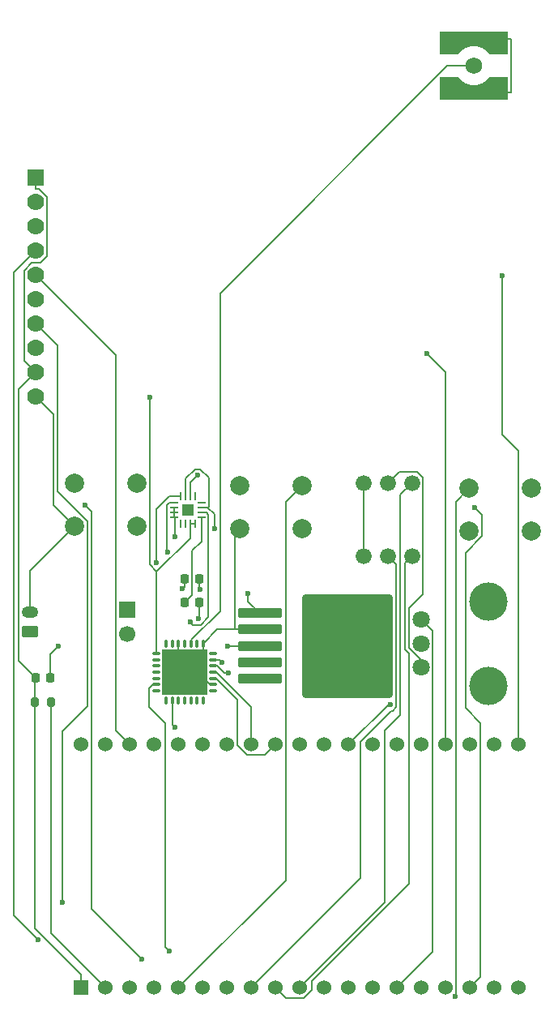
<source format=gbr>
%TF.GenerationSoftware,KiCad,Pcbnew,9.0.5*%
%TF.CreationDate,2025-11-15T09:05:35-08:00*%
%TF.ProjectId,Radio2,52616469-6f32-42e6-9b69-6361645f7063,rev?*%
%TF.SameCoordinates,Original*%
%TF.FileFunction,Copper,L1,Top*%
%TF.FilePolarity,Positive*%
%FSLAX46Y46*%
G04 Gerber Fmt 4.6, Leading zero omitted, Abs format (unit mm)*
G04 Created by KiCad (PCBNEW 9.0.5) date 2025-11-15 09:05:35*
%MOMM*%
%LPD*%
G01*
G04 APERTURE LIST*
G04 Aperture macros list*
%AMRoundRect*
0 Rectangle with rounded corners*
0 $1 Rounding radius*
0 $2 $3 $4 $5 $6 $7 $8 $9 X,Y pos of 4 corners*
0 Add a 4 corners polygon primitive as box body*
4,1,4,$2,$3,$4,$5,$6,$7,$8,$9,$2,$3,0*
0 Add four circle primitives for the rounded corners*
1,1,$1+$1,$2,$3*
1,1,$1+$1,$4,$5*
1,1,$1+$1,$6,$7*
1,1,$1+$1,$8,$9*
0 Add four rect primitives between the rounded corners*
20,1,$1+$1,$2,$3,$4,$5,0*
20,1,$1+$1,$4,$5,$6,$7,0*
20,1,$1+$1,$6,$7,$8,$9,0*
20,1,$1+$1,$8,$9,$2,$3,0*%
%AMFreePoly0*
4,1,25,-1.500000,1.420000,-1.360000,1.280000,-1.205000,1.155000,-1.035000,1.045000,-0.860000,0.950000,-0.675000,0.875000,-0.480000,0.820000,-0.280000,0.780000,-0.085000,0.765000,0.085000,0.765000,0.280000,0.780000,0.480000,0.820000,0.675000,0.875000,0.860000,0.950000,1.035000,1.045000,1.205000,1.155000,1.360000,1.280000,1.500000,1.420000,1.645000,1.595000,3.555000,1.595000,
3.555000,-0.755000,-3.555000,-0.755000,-3.555000,1.595000,-1.645000,1.595000,-1.500000,1.420000,-1.500000,1.420000,$1*%
G04 Aperture macros list end*
%TA.AperFunction,SMDPad,CuDef*%
%ADD10RoundRect,0.062500X-0.350000X-0.062500X0.350000X-0.062500X0.350000X0.062500X-0.350000X0.062500X0*%
%TD*%
%TA.AperFunction,SMDPad,CuDef*%
%ADD11RoundRect,0.062500X-0.062500X-0.350000X0.062500X-0.350000X0.062500X0.350000X-0.062500X0.350000X0*%
%TD*%
%TA.AperFunction,HeatsinkPad*%
%ADD12R,1.230000X1.230000*%
%TD*%
%TA.AperFunction,SMDPad,CuDef*%
%ADD13RoundRect,0.225000X-0.225000X-0.250000X0.225000X-0.250000X0.225000X0.250000X-0.225000X0.250000X0*%
%TD*%
%TA.AperFunction,ComponentPad*%
%ADD14R,1.530000X1.530000*%
%TD*%
%TA.AperFunction,ComponentPad*%
%ADD15C,1.530000*%
%TD*%
%TA.AperFunction,ComponentPad*%
%ADD16R,1.778000X1.778000*%
%TD*%
%TA.AperFunction,ComponentPad*%
%ADD17C,1.778000*%
%TD*%
%TA.AperFunction,ComponentPad*%
%ADD18RoundRect,0.250000X0.625000X-0.350000X0.625000X0.350000X-0.625000X0.350000X-0.625000X-0.350000X0*%
%TD*%
%TA.AperFunction,ComponentPad*%
%ADD19O,1.750000X1.200000*%
%TD*%
%TA.AperFunction,ComponentPad*%
%ADD20C,2.000000*%
%TD*%
%TA.AperFunction,SMDPad,CuDef*%
%ADD21RoundRect,0.075000X-0.312500X-0.075000X0.312500X-0.075000X0.312500X0.075000X-0.312500X0.075000X0*%
%TD*%
%TA.AperFunction,SMDPad,CuDef*%
%ADD22RoundRect,0.075000X-0.075000X-0.312500X0.075000X-0.312500X0.075000X0.312500X-0.075000X0.312500X0*%
%TD*%
%TA.AperFunction,HeatsinkPad*%
%ADD23R,4.800000X4.800000*%
%TD*%
%TA.AperFunction,WasherPad*%
%ADD24C,4.000000*%
%TD*%
%TA.AperFunction,ComponentPad*%
%ADD25C,1.800000*%
%TD*%
%TA.AperFunction,SMDPad,CuDef*%
%ADD26RoundRect,0.200000X-0.200000X-0.275000X0.200000X-0.275000X0.200000X0.275000X-0.200000X0.275000X0*%
%TD*%
%TA.AperFunction,SMDPad,CuDef*%
%ADD27C,1.730000*%
%TD*%
%TA.AperFunction,SMDPad,CuDef*%
%ADD28FreePoly0,180.000000*%
%TD*%
%TA.AperFunction,SMDPad,CuDef*%
%ADD29FreePoly0,0.000000*%
%TD*%
%TA.AperFunction,ComponentPad*%
%ADD30R,1.700000X1.700000*%
%TD*%
%TA.AperFunction,ComponentPad*%
%ADD31C,1.700000*%
%TD*%
%TA.AperFunction,SMDPad,CuDef*%
%ADD32RoundRect,0.250000X-2.050000X-0.300000X2.050000X-0.300000X2.050000X0.300000X-2.050000X0.300000X0*%
%TD*%
%TA.AperFunction,SMDPad,CuDef*%
%ADD33RoundRect,0.250002X-4.449998X-5.149998X4.449998X-5.149998X4.449998X5.149998X-4.449998X5.149998X0*%
%TD*%
%TA.AperFunction,ComponentPad*%
%ADD34C,1.676000*%
%TD*%
%TA.AperFunction,ViaPad*%
%ADD35C,0.600000*%
%TD*%
%TA.AperFunction,Conductor*%
%ADD36C,0.200000*%
%TD*%
G04 APERTURE END LIST*
D10*
%TO.P,U3,1,DIN*%
%TO.N,Net-(U3-DIN)*%
X128872500Y-91560000D03*
%TO.P,U3,2,GAIN_SLOT*%
%TO.N,GND*%
X128872500Y-92060000D03*
%TO.P,U3,3,GND*%
X128872500Y-92560000D03*
%TO.P,U3,4,~{SD_MODE}*%
X128872500Y-93060000D03*
D11*
%TO.P,U3,5,NC*%
%TO.N,unconnected-(U3-NC-Pad5)*%
X129560000Y-93747500D03*
%TO.P,U3,6,NC*%
%TO.N,unconnected-(U3-NC-Pad6)*%
X130060000Y-93747500D03*
%TO.P,U3,7,VDD*%
%TO.N,+3V3*%
X130560000Y-93747500D03*
%TO.P,U3,8,VDD*%
X131060000Y-93747500D03*
D10*
%TO.P,U3,9,OUTP*%
%TO.N,Net-(U3-OUTP)*%
X131747500Y-93060000D03*
%TO.P,U3,10,OUTN*%
%TO.N,Net-(U3-OUTN)*%
X131747500Y-92560000D03*
%TO.P,U3,11,GND*%
%TO.N,GND*%
X131747500Y-92060000D03*
%TO.P,U3,12,NC*%
%TO.N,unconnected-(U3-NC-Pad12)*%
X131747500Y-91560000D03*
D11*
%TO.P,U3,13,NC*%
%TO.N,unconnected-(U3-NC-Pad13)*%
X131060000Y-90872500D03*
%TO.P,U3,14,LRCLK*%
%TO.N,Net-(U3-LRCLK)*%
X130560000Y-90872500D03*
%TO.P,U3,15,GND*%
%TO.N,GND*%
X130060000Y-90872500D03*
%TO.P,U3,16,BCLK*%
%TO.N,Net-(U3-BCLK)*%
X129560000Y-90872500D03*
D12*
%TO.P,U3,17,PAD*%
%TO.N,unconnected-(U3-PAD-Pad17)*%
X130310000Y-92310000D03*
%TD*%
D13*
%TO.P,C3,1*%
%TO.N,+3V3*%
X114400000Y-109850000D03*
%TO.P,C3,2*%
%TO.N,Net-(U4-VO)*%
X115950000Y-109850000D03*
%TD*%
D14*
%TO.P,U6,1,3V3*%
%TO.N,+3V3*%
X119150000Y-142200000D03*
D15*
%TO.P,U6,2,EN*%
%TO.N,Net-(U6-EN)*%
X121690000Y-142200000D03*
%TO.P,U6,3,SENSOR_VP*%
%TO.N,unconnected-(U6-SENSOR_VP-Pad3)*%
X124230000Y-142200000D03*
%TO.P,U6,4,SENSOR_VN*%
%TO.N,unconnected-(U6-SENSOR_VN-Pad4)*%
X126770000Y-142200000D03*
%TO.P,U6,5,IO34*%
%TO.N,Net-(U6-IO34)*%
X129310000Y-142200000D03*
%TO.P,U6,6,IO35*%
%TO.N,Net-(U6-IO35)*%
X131850000Y-142200000D03*
%TO.P,U6,7,IO32*%
%TO.N,Net-(U6-IO32)*%
X134390000Y-142200000D03*
%TO.P,U6,8,IO33*%
%TO.N,Net-(MK2-WS)*%
X136930000Y-142200000D03*
%TO.P,U6,9,IO25*%
%TO.N,Net-(MK2-SCK)*%
X139470000Y-142200000D03*
%TO.P,U6,10,IO26*%
%TO.N,Net-(MK2-SD)*%
X142010000Y-142200000D03*
%TO.P,U6,11,IO27*%
%TO.N,unconnected-(U6-IO27-Pad11)*%
X144550000Y-142200000D03*
%TO.P,U6,12,IO14*%
%TO.N,Net-(U2-~{RESET})*%
X147090000Y-142200000D03*
%TO.P,U6,13,IO12*%
%TO.N,Net-(U5-MOSI)*%
X149630000Y-142200000D03*
%TO.P,U6,14,GND1*%
%TO.N,GND*%
X152170000Y-142200000D03*
%TO.P,U6,15,IO13*%
%TO.N,Net-(U5-D{slash}C)*%
X154710000Y-142200000D03*
%TO.P,U6,16,SD2*%
%TO.N,unconnected-(U6-SD2-Pad16)*%
X157250000Y-142200000D03*
%TO.P,U6,17,SD3*%
%TO.N,Net-(U3-LRCLK)*%
X159790000Y-142200000D03*
%TO.P,U6,18,CMD*%
%TO.N,unconnected-(U6-CMD-Pad18)*%
X162330000Y-142200000D03*
%TO.P,U6,19,EXT_5V*%
%TO.N,unconnected-(U6-EXT_5V-Pad19)*%
X164870000Y-142200000D03*
%TO.P,U6,20,CLK*%
%TO.N,Net-(U5-SCK)*%
X164870000Y-116800000D03*
%TO.P,U6,21,SD0*%
%TO.N,unconnected-(U6-SD0-Pad21)*%
X162330000Y-116800000D03*
%TO.P,U6,22,SD1*%
%TO.N,Net-(U3-DIN)*%
X159790000Y-116800000D03*
%TO.P,U6,23,IO15*%
%TO.N,Net-(U5-RESET)*%
X157250000Y-116800000D03*
%TO.P,U6,24,IO2*%
%TO.N,Net-(U3-BCLK)*%
X154710000Y-116800000D03*
%TO.P,U6,25,IO0*%
%TO.N,unconnected-(U6-IO0-Pad25)*%
X152170000Y-116800000D03*
%TO.P,U6,26,IO4*%
%TO.N,Net-(U2-DIO0)*%
X149630000Y-116800000D03*
%TO.P,U6,27,IO16*%
%TO.N,Net-(U6-IO16)*%
X147090000Y-116800000D03*
%TO.P,U6,28,IO17*%
%TO.N,unconnected-(U6-IO17-Pad28)*%
X144550000Y-116800000D03*
%TO.P,U6,29,IO5*%
%TO.N,Net-(U2-NSS)*%
X142010000Y-116800000D03*
%TO.P,U6,30,IO18*%
%TO.N,Net-(U2-SCK)*%
X139470000Y-116800000D03*
%TO.P,U6,31,IO19*%
%TO.N,Net-(U2-MISO)*%
X136930000Y-116800000D03*
%TO.P,U6,32,GND2*%
%TO.N,unconnected-(U6-GND2-Pad32)*%
X134390000Y-116800000D03*
%TO.P,U6,33,IO21*%
%TO.N,unconnected-(U6-IO21-Pad33)*%
X131850000Y-116800000D03*
%TO.P,U6,34,RXD0*%
%TO.N,unconnected-(U6-RXD0-Pad34)*%
X129310000Y-116800000D03*
%TO.P,U6,35,TXD0*%
%TO.N,unconnected-(U6-TXD0-Pad35)*%
X126770000Y-116800000D03*
%TO.P,U6,36,IO22*%
%TO.N,Net-(U5-TFT_CS)*%
X124230000Y-116800000D03*
%TO.P,U6,37,IO23*%
%TO.N,Net-(U2-MOSI)*%
X121690000Y-116800000D03*
%TO.P,U6,38,GND3*%
%TO.N,unconnected-(U6-GND3-Pad38)*%
X119150000Y-116800000D03*
%TD*%
D16*
%TO.P,U5,1,LITE*%
%TO.N,+3V3*%
X114420000Y-57605000D03*
D17*
%TO.P,U5,2,MISO*%
%TO.N,unconnected-(U5-MISO-Pad2)*%
X114420000Y-60145000D03*
%TO.P,U5,3,SCK*%
%TO.N,Net-(U5-SCK)*%
X114420000Y-62685000D03*
%TO.P,U5,4,MOSI*%
%TO.N,Net-(U5-MOSI)*%
X114420000Y-65225000D03*
%TO.P,U5,5,TFT_CS*%
%TO.N,Net-(U5-TFT_CS)*%
X114420000Y-67765000D03*
%TO.P,U5,6,CARD_CS*%
%TO.N,unconnected-(U5-CARD_CS-Pad6)*%
X114420000Y-70305000D03*
%TO.P,U5,7,D/C*%
%TO.N,Net-(U5-D{slash}C)*%
X114420000Y-72845000D03*
%TO.P,U5,8,RESET*%
%TO.N,Net-(U5-RESET)*%
X114420000Y-75385000D03*
%TO.P,U5,9,VCC*%
%TO.N,+3V3*%
X114420000Y-77925000D03*
%TO.P,U5,10,GND*%
%TO.N,GND*%
X114420000Y-80465000D03*
%TD*%
D18*
%TO.P,BT1,1,+*%
%TO.N,Net-(BT1-+)*%
X113800000Y-105000000D03*
D19*
%TO.P,BT1,2,-*%
%TO.N,GND*%
X113800000Y-103000000D03*
%TD*%
D20*
%TO.P,SW3,1,1*%
%TO.N,Net-(U6-IO35)*%
X159750000Y-90000000D03*
X166250000Y-90000000D03*
%TO.P,SW3,2,2*%
%TO.N,GND*%
X159750000Y-94500000D03*
X166250000Y-94500000D03*
%TD*%
D21*
%TO.P,U2,1,VBAT1*%
%TO.N,+3V3*%
X127012500Y-107300000D03*
%TO.P,U2,2,VR_ANA*%
%TO.N,unconnected-(U2-VR_ANA-Pad2)*%
X127012500Y-107950000D03*
%TO.P,U2,3,VR_DIG*%
%TO.N,unconnected-(U2-VR_DIG-Pad3)*%
X127012500Y-108600000D03*
%TO.P,U2,4,XTA*%
%TO.N,unconnected-(U2-XTA-Pad4)*%
X127012500Y-109250000D03*
%TO.P,U2,5,XTB*%
%TO.N,unconnected-(U2-XTB-Pad5)*%
X127012500Y-109900000D03*
%TO.P,U2,6,~{RESET}*%
%TO.N,Net-(U2-~{RESET})*%
X127012500Y-110550000D03*
%TO.P,U2,7,NC*%
%TO.N,unconnected-(U2-NC-Pad7)*%
X127012500Y-111200000D03*
D22*
%TO.P,U2,8,NC*%
%TO.N,unconnected-(U2-NC-Pad8)*%
X128050000Y-112237500D03*
%TO.P,U2,9,DIO0*%
%TO.N,Net-(U2-DIO0)*%
X128700000Y-112237500D03*
%TO.P,U2,10,DIO1*%
%TO.N,unconnected-(U2-DIO1-Pad10)*%
X129350000Y-112237500D03*
%TO.P,U2,11,DIO2*%
%TO.N,unconnected-(U2-DIO2-Pad11)*%
X130000000Y-112237500D03*
%TO.P,U2,12,DIO3*%
%TO.N,unconnected-(U2-DIO3-Pad12)*%
X130650000Y-112237500D03*
%TO.P,U2,13,DIO4*%
%TO.N,unconnected-(U2-DIO4-Pad13)*%
X131300000Y-112237500D03*
%TO.P,U2,14,DIO5*%
%TO.N,unconnected-(U2-DIO5-Pad14)*%
X131950000Y-112237500D03*
D21*
%TO.P,U2,15,VBAT2*%
%TO.N,unconnected-(U2-VBAT2-Pad15)*%
X132987500Y-111200000D03*
%TO.P,U2,16,GND*%
%TO.N,GND*%
X132987500Y-110550000D03*
%TO.P,U2,17,SCK*%
%TO.N,Net-(U2-SCK)*%
X132987500Y-109900000D03*
%TO.P,U2,18,MISO*%
%TO.N,Net-(U2-MISO)*%
X132987500Y-109250000D03*
%TO.P,U2,19,MOSI*%
%TO.N,Net-(U2-MOSI)*%
X132987500Y-108600000D03*
%TO.P,U2,20,NSS*%
%TO.N,Net-(U2-NSS)*%
X132987500Y-107950000D03*
%TO.P,U2,21,RF_MOD*%
%TO.N,unconnected-(U2-RF_MOD-Pad21)*%
X132987500Y-107300000D03*
D22*
%TO.P,U2,22,GND*%
%TO.N,GND*%
X131950000Y-106262500D03*
%TO.P,U2,23,RXTX*%
%TO.N,unconnected-(U2-RXTX-Pad23)*%
X131300000Y-106262500D03*
%TO.P,U2,24,RFO*%
%TO.N,Net-(J1-In)*%
X130650000Y-106262500D03*
%TO.P,U2,25,RFI*%
%TO.N,unconnected-(U2-RFI-Pad25)*%
X130000000Y-106262500D03*
%TO.P,U2,26,GND*%
%TO.N,GND*%
X129350000Y-106262500D03*
%TO.P,U2,27,PA_BOOST*%
%TO.N,unconnected-(U2-PA_BOOST-Pad27)*%
X128700000Y-106262500D03*
%TO.P,U2,28,VR_PA*%
%TO.N,unconnected-(U2-VR_PA-Pad28)*%
X128050000Y-106262500D03*
D23*
%TO.P,U2,29,GND*%
%TO.N,GND*%
X130000000Y-109250000D03*
%TD*%
D24*
%TO.P,RV1,*%
%TO.N,*%
X161700000Y-101850000D03*
X161700000Y-110650000D03*
D25*
%TO.P,RV1,1,1*%
%TO.N,+3V3*%
X154700000Y-108750000D03*
%TO.P,RV1,2,2*%
%TO.N,Net-(U6-IO16)*%
X154700000Y-106250000D03*
%TO.P,RV1,3,3*%
%TO.N,GND*%
X154700000Y-103750000D03*
%TD*%
D13*
%TO.P,C1,1*%
%TO.N,Net-(BT1-+)*%
X129975000Y-99490000D03*
%TO.P,C1,2*%
%TO.N,Net-(U4-VI)*%
X131525000Y-99490000D03*
%TD*%
%TO.P,C2,1*%
%TO.N,Net-(U3-OUTP)*%
X129975000Y-102000000D03*
%TO.P,C2,2*%
%TO.N,Net-(C2-Pad2)*%
X131525000Y-102000000D03*
%TD*%
D26*
%TO.P,R1,1*%
%TO.N,+3V3*%
X114350000Y-112360000D03*
%TO.P,R1,2*%
%TO.N,Net-(U6-EN)*%
X116000000Y-112360000D03*
%TD*%
D27*
%TO.P,J1,1,In*%
%TO.N,Net-(J1-In)*%
X160250000Y-45950000D03*
D28*
%TO.P,J1,2,Ext*%
%TO.N,Net-(AE1-A)*%
X160250000Y-43150000D03*
D29*
X160250000Y-48750000D03*
%TD*%
D30*
%TO.P,LS1,1,1*%
%TO.N,Net-(C2-Pad2)*%
X124000000Y-102710000D03*
D31*
%TO.P,LS1,2,2*%
%TO.N,Net-(U3-OUTN)*%
X124000000Y-105250000D03*
%TD*%
D32*
%TO.P,U4,1,VI*%
%TO.N,Net-(U4-VI)*%
X137850000Y-103100000D03*
%TO.P,U4,2,GND*%
%TO.N,GND*%
X137850000Y-104800000D03*
%TO.P,U4,3,VO*%
%TO.N,Net-(U4-VO)*%
X137850000Y-106500000D03*
%TO.P,U4,4*%
%TO.N,N/C*%
X137850000Y-108200000D03*
%TO.P,U4,5*%
X137850000Y-109900000D03*
D33*
%TO.P,U4,6*%
X147000000Y-106500000D03*
%TD*%
D20*
%TO.P,SW1,1,1*%
%TO.N,Net-(U6-IO32)*%
X118500000Y-89500000D03*
X125000000Y-89500000D03*
%TO.P,SW1,2,2*%
%TO.N,GND*%
X118500000Y-94000000D03*
X125000000Y-94000000D03*
%TD*%
D34*
%TO.P,MK2,1,L/R*%
%TO.N,GND*%
X148670000Y-97120000D03*
%TO.P,MK2,2,WS*%
%TO.N,Net-(MK2-WS)*%
X151210000Y-97120000D03*
%TO.P,MK2,3,SCK*%
%TO.N,Net-(MK2-SCK)*%
X153750000Y-97120000D03*
%TO.P,MK2,4,GND*%
%TO.N,GND*%
X148670000Y-89500000D03*
%TO.P,MK2,5,3V3*%
%TO.N,+3V3*%
X151210000Y-89500000D03*
%TO.P,MK2,6,SD*%
%TO.N,Net-(MK2-SD)*%
X153750000Y-89500000D03*
%TD*%
D20*
%TO.P,SW2,1,1*%
%TO.N,Net-(U6-IO34)*%
X135750000Y-89750000D03*
X142250000Y-89750000D03*
%TO.P,SW2,2,2*%
%TO.N,GND*%
X135750000Y-94250000D03*
X142250000Y-94250000D03*
%TD*%
D35*
%TO.N,Net-(U5-RESET)*%
X155309000Y-75957800D03*
%TO.N,Net-(U5-D{slash}C)*%
X117175000Y-133256000D03*
%TO.N,Net-(U5-MOSI)*%
X114662000Y-137181000D03*
%TO.N,Net-(U5-SCK)*%
X163200000Y-67878200D03*
%TO.N,Net-(U3-LRCLK)*%
X160305000Y-92074000D03*
X131325000Y-88654700D03*
%TO.N,Net-(U3-BCLK)*%
X127029000Y-97817200D03*
%TO.N,Net-(U3-DIN)*%
X128222000Y-96678400D03*
%TO.N,Net-(U2-MOSI)*%
X134599000Y-109345000D03*
%TO.N,Net-(U2-DIO0)*%
X128959500Y-114987300D03*
%TO.N,Net-(U2-~{RESET})*%
X128400000Y-138406000D03*
%TO.N,Net-(U2-NSS)*%
X133885000Y-108226000D03*
%TO.N,Net-(U6-IO35)*%
X158264000Y-143143000D03*
%TO.N,Net-(U6-IO32)*%
X119546000Y-91801600D03*
X125500000Y-139199000D03*
%TO.N,Net-(U6-IO16)*%
X151497000Y-112594000D03*
%TO.N,Net-(U3-OUTN)*%
X130549000Y-104006000D03*
%TO.N,+3V3*%
X126321000Y-80585600D03*
%TO.N,Net-(U4-VO)*%
X134462000Y-106510000D03*
X116800000Y-106510000D03*
%TO.N,Net-(C2-Pad2)*%
X131395000Y-103665000D03*
%TO.N,Net-(U4-VI)*%
X136631000Y-101072000D03*
X131617000Y-100575000D03*
%TO.N,Net-(BT1-+)*%
X129753000Y-100541000D03*
%TO.N,GND*%
X129002000Y-95096800D03*
X133088000Y-94250000D03*
%TD*%
D36*
%TO.N,Net-(J1-In)*%
X133690000Y-69709500D02*
X157449000Y-45950000D01*
X130650000Y-105901000D02*
X133690000Y-102861000D01*
X157449000Y-45950000D02*
X160250000Y-45950000D01*
X133690000Y-102861000D02*
X133690000Y-69709500D01*
X130650000Y-106262500D02*
X130650000Y-106128200D01*
X130650000Y-106262000D02*
X130650000Y-106128200D01*
X130650000Y-106128200D02*
X130650000Y-105901000D01*
%TO.N,Net-(U5-RESET)*%
X155309000Y-75957800D02*
X157250000Y-77898700D01*
X157250000Y-77898700D02*
X157250000Y-116800000D01*
%TO.N,Net-(U5-D{slash}C)*%
X117175000Y-115462000D02*
X117175000Y-133256000D01*
X119822000Y-93481000D02*
X119822000Y-112815000D01*
X116685000Y-75110100D02*
X116685000Y-90344100D01*
X114420000Y-72845000D02*
X116685000Y-75110100D01*
X116685000Y-90344100D02*
X119822000Y-93481000D01*
X119822000Y-112815000D02*
X117175000Y-115462000D01*
%TO.N,Net-(U5-TFT_CS)*%
X122755000Y-115325000D02*
X124230000Y-116800000D01*
X122755000Y-76100200D02*
X122755000Y-115325000D01*
X114420000Y-67765000D02*
X122755000Y-76100200D01*
%TO.N,Net-(U5-MOSI)*%
X112166000Y-67478900D02*
X114420000Y-65225000D01*
X112166000Y-134685000D02*
X112166000Y-67478900D01*
X114662000Y-137181000D02*
X112166000Y-134685000D01*
%TO.N,Net-(U5-SCK)*%
X163200000Y-84445600D02*
X163200000Y-67878200D01*
X164870000Y-86115600D02*
X163200000Y-84445600D01*
X164870000Y-116800000D02*
X164870000Y-86115600D01*
%TO.N,Net-(U3-LRCLK)*%
X160307000Y-92074000D02*
X160305000Y-92074000D01*
X130560000Y-89420100D02*
X131325000Y-88654700D01*
X160305000Y-92074000D02*
X160307000Y-92074000D01*
X161052000Y-92820500D02*
X160305000Y-92074000D01*
X161052000Y-95039300D02*
X161052000Y-92820500D01*
X159331000Y-96759900D02*
X161052000Y-95039300D01*
X159331000Y-112990000D02*
X159331000Y-96759900D01*
X160901000Y-114560000D02*
X159331000Y-112990000D01*
X160901000Y-141089000D02*
X160901000Y-114560000D01*
X159790000Y-142200000D02*
X160901000Y-141089000D01*
X130560000Y-90872500D02*
X130560000Y-89420100D01*
%TO.N,Net-(U3-BCLK)*%
X127029000Y-92263400D02*
X127029000Y-97817200D01*
X128420000Y-90872500D02*
X127029000Y-92263400D01*
X129560000Y-90872500D02*
X128420000Y-90872500D01*
%TO.N,Net-(U3-DIN)*%
X128130000Y-91797300D02*
X128367000Y-91560000D01*
X128130000Y-96585400D02*
X128130000Y-91797300D01*
X128222000Y-96678400D02*
X128130000Y-96585400D01*
X128367000Y-91560000D02*
X128872000Y-91560000D01*
X128872500Y-91560000D02*
X128872000Y-91560000D01*
%TO.N,Net-(U2-MOSI)*%
X134153000Y-109345000D02*
X133408000Y-108600000D01*
X134599000Y-109345000D02*
X134153000Y-109345000D01*
X133408000Y-108600000D02*
X132988000Y-108600000D01*
X132987500Y-108600000D02*
X132988000Y-108600000D01*
%TO.N,Net-(U2-DIO0)*%
X128700000Y-114727800D02*
X128700000Y-112237500D01*
X128959500Y-114987300D02*
X128700000Y-114727800D01*
X128959500Y-114987300D02*
X128700000Y-114727800D01*
X128700000Y-114727800D02*
X128959500Y-114987300D01*
%TO.N,Net-(U2-~{RESET})*%
X126276000Y-110942000D02*
X126276000Y-112906000D01*
X127969000Y-137975000D02*
X128400000Y-138406000D01*
X126276000Y-112906000D02*
X127969000Y-114598000D01*
X126668000Y-110550000D02*
X126276000Y-110942000D01*
X127012000Y-110550000D02*
X126668000Y-110550000D01*
X127969000Y-114598000D02*
X127969000Y-137975000D01*
X127012500Y-110550000D02*
X127012000Y-110550000D01*
%TO.N,Net-(U2-SCK)*%
X135457000Y-112099000D02*
X135457000Y-116844000D01*
X133258000Y-109900000D02*
X135457000Y-112099000D01*
X136479000Y-117867000D02*
X138403000Y-117867000D01*
X132988000Y-109900000D02*
X133258000Y-109900000D01*
X138403000Y-117867000D02*
X139470000Y-116800000D01*
X135457000Y-116844000D02*
X136479000Y-117867000D01*
X132987500Y-109900000D02*
X132988000Y-109900000D01*
%TO.N,Net-(U2-NSS)*%
X132987500Y-107950000D02*
X133155700Y-107950000D01*
X132988000Y-107950000D02*
X133155700Y-107950000D01*
X133608000Y-107950000D02*
X133885000Y-108226000D01*
X133155700Y-107950000D02*
X133608000Y-107950000D01*
%TO.N,Net-(U2-MISO)*%
X132987500Y-109250000D02*
X133121700Y-109250000D01*
X133260000Y-109250000D02*
X133121700Y-109250000D01*
X136930000Y-112920000D02*
X133260000Y-109250000D01*
X136930000Y-116800000D02*
X136930000Y-112920000D01*
X133121700Y-109250000D02*
X132988000Y-109250000D01*
%TO.N,Net-(U6-IO35)*%
X158264000Y-143143000D02*
X158317000Y-143091000D01*
X158317000Y-91433300D02*
X158317000Y-143091000D01*
X159750000Y-90000000D02*
X158317000Y-91433300D01*
X158317000Y-143091000D02*
X158264000Y-143143000D01*
X158317000Y-143091000D02*
X158264000Y-143143000D01*
%TO.N,Net-(U6-IO34)*%
X140538000Y-130972000D02*
X129310000Y-142200000D01*
X140538000Y-91461500D02*
X140538000Y-130972000D01*
X142250000Y-89750000D02*
X140538000Y-91461500D01*
%TO.N,Net-(U6-IO32)*%
X119899000Y-92153800D02*
X119546000Y-91801600D01*
X120246000Y-92500700D02*
X119899000Y-92153800D01*
X119899000Y-92153800D02*
X119546000Y-91801600D01*
X120246000Y-133944000D02*
X120246000Y-92500700D01*
X125500000Y-139199000D02*
X120246000Y-133944000D01*
X119546000Y-91801600D02*
X119899000Y-92153800D01*
%TO.N,Net-(U6-IO16)*%
X147090000Y-116800000D02*
X151296000Y-112594000D01*
X151498000Y-112594000D02*
X151497000Y-112594000D01*
X151296000Y-112594000D02*
X151497000Y-112594000D01*
X151497000Y-112594000D02*
X151498000Y-112594000D01*
%TO.N,Net-(U6-EN)*%
X116000000Y-136510000D02*
X121690000Y-142200000D01*
X116000000Y-112360000D02*
X116000000Y-136510000D01*
%TO.N,Net-(MK2-WS)*%
X151616000Y-113277000D02*
X151737000Y-113277000D01*
X148360000Y-130770000D02*
X148360000Y-116533000D01*
X136930000Y-142200000D02*
X148360000Y-130770000D01*
X152117000Y-112897000D02*
X152117000Y-98027100D01*
X151737000Y-113277000D02*
X152117000Y-112897000D01*
X152117000Y-98027100D02*
X151210000Y-97120000D01*
X148360000Y-116533000D02*
X151616000Y-113277000D01*
%TO.N,Net-(MK2-SCK)*%
X143280000Y-142466000D02*
X142454000Y-143291000D01*
X140561000Y-143291000D02*
X139470000Y-142200000D01*
X142454000Y-143291000D02*
X140561000Y-143291000D01*
X153274000Y-107129000D02*
X153438000Y-107294000D01*
X153438000Y-131371000D02*
X143280000Y-141530000D01*
X153438000Y-107294000D02*
X153438000Y-131371000D01*
X143280000Y-141530000D02*
X143280000Y-142466000D01*
X153038000Y-106893000D02*
X153274000Y-107129000D01*
X153038000Y-97831700D02*
X153038000Y-106893000D01*
X153750000Y-97120000D02*
X153038000Y-97831700D01*
X153274000Y-107129000D02*
X153438000Y-107294000D01*
%TO.N,Net-(MK2-SD)*%
X152552000Y-90698000D02*
X153750000Y-89500000D01*
X152552000Y-113725000D02*
X152552000Y-90698000D01*
X150900000Y-115377000D02*
X152552000Y-113725000D01*
X150900000Y-133310000D02*
X150900000Y-115377000D01*
X142010000Y-142200000D02*
X150900000Y-133310000D01*
%TO.N,Net-(U3-OUTN)*%
X131747500Y-92560000D02*
X132098700Y-92560000D01*
X131748000Y-92560000D02*
X132098700Y-92560000D01*
X130847000Y-104303000D02*
X130549000Y-104006000D01*
X131655000Y-104303000D02*
X130847000Y-104303000D01*
X132484000Y-103474000D02*
X131655000Y-104303000D01*
X132484000Y-92798800D02*
X132484000Y-103474000D01*
X132246000Y-92560000D02*
X132484000Y-92798800D01*
X132098700Y-92560000D02*
X132246000Y-92560000D01*
%TO.N,Net-(AE1-A)*%
X164107000Y-43150000D02*
X164107000Y-48750000D01*
X160250000Y-48750000D02*
X164107000Y-48750000D01*
X160250000Y-43150000D02*
X164107000Y-43150000D01*
%TO.N,+3V3*%
X114792000Y-58795700D02*
X114420000Y-58795700D01*
X152411000Y-88299300D02*
X154270000Y-88299300D01*
X151210000Y-89500000D02*
X152411000Y-88299300D01*
X114350000Y-109900000D02*
X114400000Y-109850000D01*
X112617000Y-79727800D02*
X114420000Y-77925000D01*
X114350000Y-136018000D02*
X114350000Y-112360000D01*
X131060000Y-93747500D02*
X130560000Y-93747500D01*
X126321000Y-98002200D02*
X127058000Y-98739300D01*
X119150000Y-141133000D02*
X119150000Y-140818000D01*
X153440000Y-102583000D02*
X153440000Y-106727000D01*
X113200000Y-67300600D02*
X114006000Y-66495000D01*
X114006000Y-66495000D02*
X114908000Y-66495000D01*
X114420000Y-57605000D02*
X114420000Y-58795700D01*
X154700000Y-107987000D02*
X154700000Y-108750000D01*
X114908000Y-66495000D02*
X115611000Y-65792100D01*
X113200000Y-76705500D02*
X113200000Y-67300600D01*
X115611000Y-65792100D02*
X115611000Y-59614200D01*
X119150000Y-140818000D02*
X114350000Y-136018000D01*
X114400000Y-109850000D02*
X112617000Y-108067000D01*
X114420000Y-77925000D02*
X113200000Y-76705500D01*
X154270000Y-88299300D02*
X154916000Y-88944900D01*
X112617000Y-108067000D02*
X112617000Y-79727800D01*
X114350000Y-112360000D02*
X114350000Y-109900000D01*
X154916000Y-101107000D02*
X153440000Y-102583000D01*
X154916000Y-88944900D02*
X154916000Y-101107000D01*
X119150000Y-142200000D02*
X119150000Y-141133000D01*
X130560000Y-95237000D02*
X127058000Y-98739300D01*
X115611000Y-59614200D02*
X114792000Y-58795700D01*
X130560000Y-93747500D02*
X130560000Y-95237000D01*
X153440000Y-106727000D02*
X154700000Y-107987000D01*
X126321000Y-80585600D02*
X126321000Y-98002200D01*
X127012000Y-106954900D02*
X127012000Y-107300000D01*
X127012500Y-106955400D02*
X127012000Y-106954900D01*
X127012500Y-107300000D02*
X127012500Y-106955400D01*
X127012000Y-98784500D02*
X127012000Y-106954900D01*
X127058000Y-98739300D02*
X127012000Y-98784500D01*
%TO.N,Net-(U4-VO)*%
X116800000Y-106510000D02*
X115950000Y-107360000D01*
X134472000Y-106500000D02*
X134462000Y-106510000D01*
X115950000Y-107360000D02*
X115950000Y-109850000D01*
X137850000Y-106500000D02*
X134472000Y-106500000D01*
%TO.N,Net-(U3-OUTP)*%
X129975000Y-102000000D02*
X130750000Y-101225000D01*
X131748000Y-95573900D02*
X131748000Y-93060000D01*
X130750000Y-96571400D02*
X131748000Y-95573900D01*
X130750000Y-101225000D02*
X130750000Y-96571400D01*
X131747500Y-93060000D02*
X131748000Y-93060000D01*
%TO.N,Net-(C2-Pad2)*%
X131525000Y-103535000D02*
X131525000Y-102000000D01*
X131395000Y-103665000D02*
X131525000Y-103535000D01*
%TO.N,Net-(U4-VI)*%
X131617000Y-100575000D02*
X131525000Y-100482000D01*
X136631000Y-101881000D02*
X136631000Y-101072000D01*
X131525000Y-100482000D02*
X131525000Y-99490000D01*
X137850000Y-103100000D02*
X136631000Y-101881000D01*
%TO.N,Net-(BT1-+)*%
X129975000Y-100319000D02*
X129975000Y-99490000D01*
X129753000Y-100541000D02*
X129975000Y-100319000D01*
%TO.N,GND*%
X114420000Y-80465000D02*
X116277000Y-82321800D01*
X131950000Y-109250000D02*
X131950000Y-106262000D01*
X131950000Y-109856000D02*
X131950000Y-109250000D01*
X132393000Y-92060000D02*
X131748000Y-92060000D01*
X128872000Y-92060000D02*
X128872000Y-92560000D01*
X129002000Y-93189300D02*
X128872000Y-93060000D01*
X133412000Y-104800000D02*
X131950000Y-106262000D01*
X132514000Y-88959000D02*
X132514000Y-91938800D01*
X155916000Y-104966000D02*
X154700000Y-103750000D01*
X155916000Y-138454000D02*
X155916000Y-104966000D01*
X152170000Y-142200000D02*
X155916000Y-138454000D01*
X148670000Y-97120000D02*
X148670000Y-89500000D01*
X135245000Y-94755100D02*
X135750000Y-94250000D01*
X129350000Y-108600000D02*
X129350000Y-106262000D01*
X135245000Y-104800000D02*
X135245000Y-94755100D01*
X116277000Y-91776800D02*
X118500000Y-94000000D01*
X113800000Y-103000000D02*
X113800000Y-98700000D01*
X135245000Y-104800000D02*
X133412000Y-104800000D01*
X130000000Y-109250000D02*
X131950000Y-109250000D01*
X130060000Y-90872500D02*
X130060000Y-89050400D01*
X132514000Y-91938800D02*
X132393000Y-92060000D01*
X129002000Y-95096800D02*
X129002000Y-93189300D01*
X131069000Y-88041700D02*
X131597000Y-88041700D01*
X133088000Y-94250000D02*
X133088000Y-92754500D01*
X131597000Y-88041700D02*
X132514000Y-88959000D01*
X137850000Y-104800000D02*
X135245000Y-104800000D01*
X133088000Y-92754500D02*
X132393000Y-92060000D01*
X116277000Y-82321800D02*
X116277000Y-91776800D01*
X130060000Y-89050400D02*
X131069000Y-88041700D01*
X130000000Y-109250000D02*
X129350000Y-108600000D01*
X113800000Y-98700000D02*
X118500000Y-94000000D01*
X132644000Y-110550000D02*
X131950000Y-109856000D01*
X131747500Y-92060000D02*
X131748000Y-92060000D01*
X128872500Y-92560000D02*
X128872000Y-92560000D01*
X132988000Y-110550000D02*
X132987500Y-110550000D01*
X132987500Y-110550000D02*
X132853300Y-110550000D01*
X132853300Y-110550000D02*
X132644000Y-110550000D01*
X128872500Y-92060000D02*
X128872000Y-92060000D01*
X128872500Y-93035100D02*
X128872000Y-93034600D01*
X128872500Y-93060000D02*
X128872500Y-93035100D01*
X128872000Y-92560000D02*
X128872000Y-93034600D01*
X128872000Y-93034600D02*
X128872000Y-93060000D01*
%TD*%
M02*

</source>
